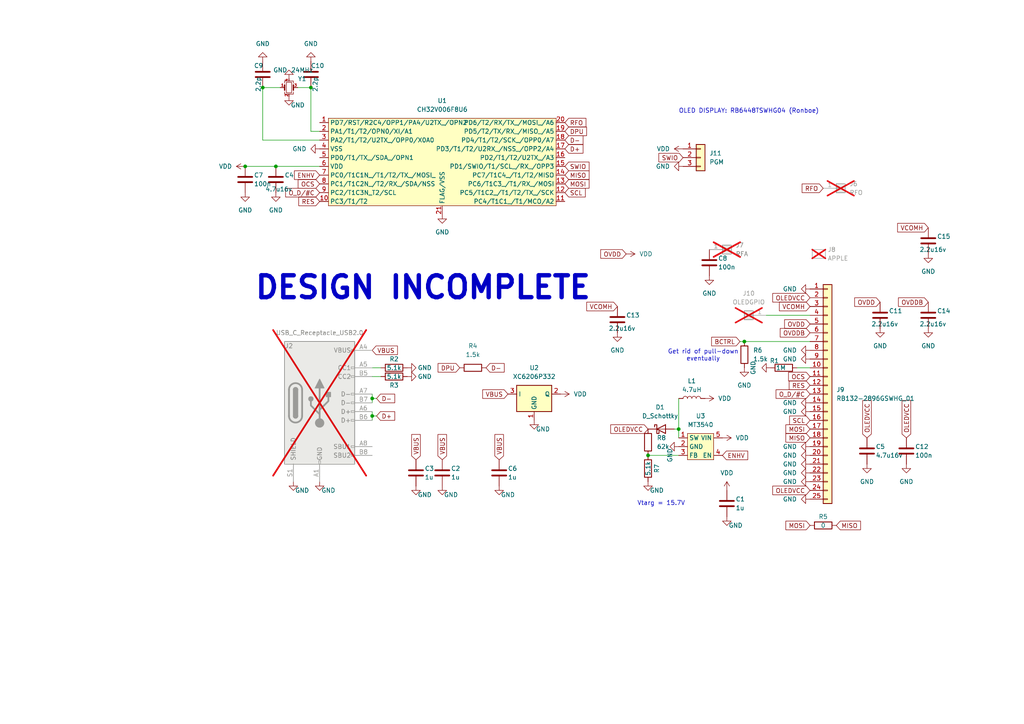
<source format=kicad_sch>
(kicad_sch (version 20231120) (generator "eeschema") (generator_version "8.0")
  (paper "A4")
  (lib_symbols
    (symbol "Connector:USB_C_Receptacle_USB2.0" (pin_names (offset 1.016))
      (property "Reference" "J" (at -10.16 19.05 0))
      (property "Value" "USB_C_Receptacle_USB2.0" (at 19.05 19.05 0))
      (symbol "USB_C_Receptacle_USB2.0_0_0"
        (rectangle (start -0.254 -17.78) (end 0.254 -16.764))
        (rectangle (start 10.16 -14.986) (end 9.144 -15.494))
        (rectangle (start 10.16 -12.446) (end 9.144 -12.954))
        (rectangle (start 10.16 -4.826) (end 9.144 -5.334))
        (rectangle (start 10.16 -2.286) (end 9.144 -2.794))
        (rectangle (start 10.16 0.254) (end 9.144 -0.254))
        (rectangle (start 10.16 2.794) (end 9.144 2.286))
        (rectangle (start 10.16 7.874) (end 9.144 7.366))
        (rectangle (start 10.16 10.414) (end 9.144 9.906))
        (rectangle (start 10.16 15.494) (end 9.144 14.986))
      )
      (symbol "USB_C_Receptacle_USB2.0_0_1"
        (rectangle (start -10.16 17.78) (end 10.16 -17.78) (stroke (width 0.254)) (fill (type background)))
        (arc (start -8.89 -3.81) (mid -6.985 -5.7067) (end -5.08 -3.81) (stroke (width 0.508)))
        (arc (start -7.62 -3.81) (mid -6.985 -4.4423) (end -6.35 -3.81) (stroke (width 0.254)))
        (arc (start -7.62 -3.81) (mid -6.985 -4.4423) (end -6.35 -3.81) (stroke (width 0.254)) (fill (type outline)))
        (rectangle (start -7.62 -3.81) (end -6.35 3.81) (stroke (width 0.254)) (fill (type outline)))
        (arc (start -6.35 3.81) (mid -6.985 4.4423) (end -7.62 3.81) (stroke (width 0.254)))
        (arc (start -6.35 3.81) (mid -6.985 4.4423) (end -7.62 3.81) (stroke (width 0.254)) (fill (type outline)))
        (arc (start -5.08 3.81) (mid -6.985 5.7067) (end -8.89 3.81) (stroke (width 0.508)))
        (circle (center -2.54 1.143) (radius 0.635) (stroke (width 0.254)) (fill (type outline)))
        (circle (center 0 -5.842) (radius 1.27) (fill (type outline)))
        (polyline (pts (xy -8.89 -3.81) (xy -8.89 3.81)) (stroke (width 0.508)))
        (polyline (pts (xy -5.08 3.81) (xy -5.08 -3.81)) (stroke (width 0.508)))
        (polyline (pts (xy 0 -5.842) (xy 0 4.318)) (stroke (width 0.508)))
        (polyline (pts (xy 0 -3.302) (xy -2.54 -0.762) (xy -2.54 0.508)) (stroke (width 0.508)))
        (polyline (pts (xy 0 -2.032) (xy 2.54 0.508) (xy 2.54 1.778)) (stroke (width 0.508)))
        (polyline (pts (xy -1.27 4.318) (xy 0 6.858) (xy 1.27 4.318) (xy -1.27 4.318)) (stroke (width 0.254)) (fill (type outline)))
        (rectangle (start 1.905 1.778) (end 3.175 3.048) (stroke (width 0.254)) (fill (type outline)))
      )
      (symbol "USB_C_Receptacle_USB2.0_1_1"
        (pin passive line (at 0 -22.86 90) (length 5.08) (name "GND") (number "A1"))
        (pin passive line (at 0 -22.86 90) (length 5.08) hide (name "GND") (number "A12"))
        (pin passive line (at 15.24 15.24 180) (length 5.08) (name "VBUS") (number "A4"))
        (pin bidirectional line (at 15.24 10.16 180) (length 5.08) (name "CC1") (number "A5"))
        (pin bidirectional line (at 15.24 -2.54 180) (length 5.08) (name "D+") (number "A6"))
        (pin bidirectional line (at 15.24 2.54 180) (length 5.08) (name "D-") (number "A7"))
        (pin bidirectional line (at 15.24 -12.7 180) (length 5.08) (name "SBU1") (number "A8"))
        (pin passive line (at 15.24 15.24 180) (length 5.08) hide (name "VBUS") (number "A9"))
        (pin passive line (at 0 -22.86 90) (length 5.08) hide (name "GND") (number "B1"))
        (pin passive line (at 0 -22.86 90) (length 5.08) hide (name "GND") (number "B12"))
        (pin passive line (at 15.24 15.24 180) (length 5.08) hide (name "VBUS") (number "B4"))
        (pin bidirectional line (at 15.24 7.62 180) (length 5.08) (name "CC2") (number "B5"))
        (pin bidirectional line (at 15.24 -5.08 180) (length 5.08) (name "D+") (number "B6"))
        (pin bidirectional line (at 15.24 0 180) (length 5.08) (name "D-") (number "B7"))
        (pin bidirectional line (at 15.24 -15.24 180) (length 5.08) (name "SBU2") (number "B8"))
        (pin passive line (at 15.24 15.24 180) (length 5.08) hide (name "VBUS") (number "B9"))
        (pin passive line (at -7.62 -22.86 90) (length 5.08) (name "SHIELD") (number "S1"))
      )
    )
    (symbol "Connector_Generic:Conn_01x01" (pin_names (offset 1.016) hide)
      (property "Reference" "J" (at 0 2.54 0))
      (property "Value" "Conn_01x01" (at 0 -2.54 0))
      (symbol "Conn_01x01_1_1"
        (rectangle (start -1.27 0.127) (end 0 -0.127) (stroke (width 0.1524)))
        (rectangle (start -1.27 1.27) (end 1.27 -1.27) (stroke (width 0.254)) (fill (type background)))
        (pin passive line (at -5.08 0 0) (length 3.81) (name "Pin_1") (number "1"))
      )
    )
    (symbol "Connector_Generic:Conn_01x03" (pin_names (offset 1.016) hide)
      (property "Reference" "J" (at 0 5.08 0))
      (property "Value" "Conn_01x03" (at 0 -5.08 0))
      (symbol "Conn_01x03_1_1"
        (rectangle (start -1.27 -2.413) (end 0 -2.667) (stroke (width 0.1524)))
        (rectangle (start -1.27 0.127) (end 0 -0.127) (stroke (width 0.1524)))
        (rectangle (start -1.27 2.667) (end 0 2.413) (stroke (width 0.1524)))
        (rectangle (start -1.27 3.81) (end 1.27 -3.81) (stroke (width 0.254)) (fill (type background)))
        (pin passive line (at -5.08 2.54 0) (length 3.81) (name "Pin_1") (number "1"))
        (pin passive line (at -5.08 0 0) (length 3.81) (name "Pin_2") (number "2"))
        (pin passive line (at -5.08 -2.54 0) (length 3.81) (name "Pin_3") (number "3"))
      )
    )
    (symbol "Connector_Generic:Conn_01x25" (pin_names (offset 1.016) hide)
      (property "Reference" "J" (at 0 33.02 0))
      (property "Value" "Conn_01x25" (at 0 -33.02 0))
      (symbol "Conn_01x25_1_1"
        (rectangle (start -1.27 -30.353) (end 0 -30.607) (stroke (width 0.1524)))
        (rectangle (start -1.27 -27.813) (end 0 -28.067) (stroke (width 0.1524)))
        (rectangle (start -1.27 -25.273) (end 0 -25.527) (stroke (width 0.1524)))
        (rectangle (start -1.27 -22.733) (end 0 -22.987) (stroke (width 0.1524)))
        (rectangle (start -1.27 -20.193) (end 0 -20.447) (stroke (width 0.1524)))
        (rectangle (start -1.27 -17.653) (end 0 -17.907) (stroke (width 0.1524)))
        (rectangle (start -1.27 -15.113) (end 0 -15.367) (stroke (width 0.1524)))
        (rectangle (start -1.27 -12.573) (end 0 -12.827) (stroke (width 0.1524)))
        (rectangle (start -1.27 -10.033) (end 0 -10.287) (stroke (width 0.1524)))
        (rectangle (start -1.27 -7.493) (end 0 -7.747) (stroke (width 0.1524)))
        (rectangle (start -1.27 -4.953) (end 0 -5.207) (stroke (width 0.1524)))
        (rectangle (start -1.27 -2.413) (end 0 -2.667) (stroke (width 0.1524)))
        (rectangle (start -1.27 0.127) (end 0 -0.127) (stroke (width 0.1524)))
        (rectangle (start -1.27 2.667) (end 0 2.413) (stroke (width 0.1524)))
        (rectangle (start -1.27 5.207) (end 0 4.953) (stroke (width 0.1524)))
        (rectangle (start -1.27 7.747) (end 0 7.493) (stroke (width 0.1524)))
        (rectangle (start -1.27 10.287) (end 0 10.033) (stroke (width 0.1524)))
        (rectangle (start -1.27 12.827) (end 0 12.573) (stroke (width 0.1524)))
        (rectangle (start -1.27 15.367) (end 0 15.113) (stroke (width 0.1524)))
        (rectangle (start -1.27 17.907) (end 0 17.653) (stroke (width 0.1524)))
        (rectangle (start -1.27 20.447) (end 0 20.193) (stroke (width 0.1524)))
        (rectangle (start -1.27 22.987) (end 0 22.733) (stroke (width 0.1524)))
        (rectangle (start -1.27 25.527) (end 0 25.273) (stroke (width 0.1524)))
        (rectangle (start -1.27 28.067) (end 0 27.813) (stroke (width 0.1524)))
        (rectangle (start -1.27 30.607) (end 0 30.353) (stroke (width 0.1524)))
        (rectangle (start -1.27 31.75) (end 1.27 -31.75) (stroke (width 0.254)) (fill (type background)))
        (pin passive line (at -5.08 30.48 0) (length 3.81) (name "Pin_1") (number "1"))
        (pin passive line (at -5.08 7.62 0) (length 3.81) (name "Pin_10") (number "10"))
        (pin passive line (at -5.08 5.08 0) (length 3.81) (name "Pin_11") (number "11"))
        (pin passive line (at -5.08 2.54 0) (length 3.81) (name "Pin_12") (number "12"))
        (pin passive line (at -5.08 0 0) (length 3.81) (name "Pin_13") (number "13"))
        (pin passive line (at -5.08 -2.54 0) (length 3.81) (name "Pin_14") (number "14"))
        (pin passive line (at -5.08 -5.08 0) (length 3.81) (name "Pin_15") (number "15"))
        (pin passive line (at -5.08 -7.62 0) (length 3.81) (name "Pin_16") (number "16"))
        (pin passive line (at -5.08 -10.16 0) (length 3.81) (name "Pin_17") (number "17"))
        (pin passive line (at -5.08 -12.7 0) (length 3.81) (name "Pin_18") (number "18"))
        (pin passive line (at -5.08 -15.24 0) (length 3.81) (name "Pin_19") (number "19"))
        (pin passive line (at -5.08 27.94 0) (length 3.81) (name "Pin_2") (number "2"))
        (pin passive line (at -5.08 -17.78 0) (length 3.81) (name "Pin_20") (number "20"))
        (pin passive line (at -5.08 -20.32 0) (length 3.81) (name "Pin_21") (number "21"))
        (pin passive line (at -5.08 -22.86 0) (length 3.81) (name "Pin_22") (number "22"))
        (pin passive line (at -5.08 -25.4 0) (length 3.81) (name "Pin_23") (number "23"))
        (pin passive line (at -5.08 -27.94 0) (length 3.81) (name "Pin_24") (number "24"))
        (pin passive line (at -5.08 -30.48 0) (length 3.81) (name "Pin_25") (number "25"))
        (pin passive line (at -5.08 25.4 0) (length 3.81) (name "Pin_3") (number "3"))
        (pin passive line (at -5.08 22.86 0) (length 3.81) (name "Pin_4") (number "4"))
        (pin passive line (at -5.08 20.32 0) (length 3.81) (name "Pin_5") (number "5"))
        (pin passive line (at -5.08 17.78 0) (length 3.81) (name "Pin_6") (number "6"))
        (pin passive line (at -5.08 15.24 0) (length 3.81) (name "Pin_7") (number "7"))
        (pin passive line (at -5.08 12.7 0) (length 3.81) (name "Pin_8") (number "8"))
        (pin passive line (at -5.08 10.16 0) (length 3.81) (name "Pin_9") (number "9"))
      )
    )
    (symbol "Device:C" (pin_numbers hide) (pin_names (offset 0.254))
      (property "Reference" "C" (at 0.635 2.54 0))
      (property "Value" "C" (at 0.635 -2.54 0))
      (symbol "C_0_1"
        (polyline (pts (xy -2.032 -0.762) (xy 2.032 -0.762)) (stroke (width 0.508)))
        (polyline (pts (xy -2.032 0.762) (xy 2.032 0.762)) (stroke (width 0.508)))
      )
      (symbol "C_1_1"
        (pin passive line (at 0 3.81 270) (length 2.794) (name "~") (number "1"))
        (pin passive line (at 0 -3.81 90) (length 2.794) (name "~") (number "2"))
      )
    )
    (symbol "Device:Crystal_GND24_Small" (pin_names (offset 1.016) hide)
      (property "Reference" "Y" (at 1.27 4.445 0))
      (property "Value" "Crystal_GND24_Small" (at 1.27 2.54 0))
      (symbol "Crystal_GND24_Small_0_1"
        (rectangle (start -0.762 -1.524) (end 0.762 1.524))
        (polyline (pts (xy -1.27 -0.762) (xy -1.27 0.762)) (stroke (width 0.381)))
        (polyline (pts (xy 1.27 -0.762) (xy 1.27 0.762)) (stroke (width 0.381)))
        (polyline (pts (xy -1.27 -1.27) (xy -1.27 -1.905) (xy 1.27 -1.905) (xy 1.27 -1.27)))
        (polyline (pts (xy -1.27 1.27) (xy -1.27 1.905) (xy 1.27 1.905) (xy 1.27 1.27)))
      )
      (symbol "Crystal_GND24_Small_1_1"
        (pin passive line (at -2.54 0 0) (length 1.27) (name "1") (number "1"))
        (pin passive line (at 0 -2.54 90) (length 0.635) (name "2") (number "2"))
        (pin passive line (at 2.54 0 180) (length 1.27) (name "3") (number "3"))
        (pin passive line (at 0 2.54 270) (length 0.635) (name "4") (number "4"))
      )
    )
    (symbol "Device:D_Schottky" (pin_numbers hide) (pin_names (offset 1.016) hide)
      (property "Reference" "D" (at 0 2.54 0))
      (property "Value" "D_Schottky" (at 0 -2.54 0))
      (symbol "D_Schottky_0_1"
        (polyline (pts (xy 1.27 0) (xy -1.27 0)))
        (polyline (pts (xy 1.27 1.27) (xy 1.27 -1.27) (xy -1.27 0) (xy 1.27 1.27)) (stroke (width 0.254)))
        (polyline (pts (xy -1.905 0.635) (xy -1.905 1.27) (xy -1.27 1.27) (xy -1.27 -1.27) (xy -0.635 -1.27) (xy -0.635 -0.635)) (stroke (width 0.254)))
      )
      (symbol "D_Schottky_1_1"
        (pin passive line (at -3.81 0 0) (length 2.54) (name "K") (number "1"))
        (pin passive line (at 3.81 0 180) (length 2.54) (name "A") (number "2"))
      )
    )
    (symbol "Device:L" (pin_numbers hide) (pin_names (offset 1.016) hide)
      (property "Reference" "L" (at -1.27 0 90))
      (property "Value" "L" (at 1.905 0 90))
      (symbol "L_0_1"
        (arc (start 0 -2.54) (mid 0.6323 -1.905) (end 0 -1.27))
        (arc (start 0 -1.27) (mid 0.6323 -0.635) (end 0 0))
        (arc (start 0 0) (mid 0.6323 0.635) (end 0 1.27))
        (arc (start 0 1.27) (mid 0.6323 1.905) (end 0 2.54))
      )
      (symbol "L_1_1"
        (pin passive line (at 0 3.81 270) (length 1.27) (name "1") (number "1"))
        (pin passive line (at 0 -3.81 90) (length 1.27) (name "2") (number "2"))
      )
    )
    (symbol "Device:R" (pin_numbers hide) (pin_names (offset 0))
      (property "Reference" "R" (at 2.032 0 90))
      (property "Value" "R" (at 0 0 90))
      (symbol "R_0_1"
        (rectangle (start -1.016 -2.54) (end 1.016 2.54) (stroke (width 0.254)))
      )
      (symbol "R_1_1"
        (pin passive line (at 0 3.81 270) (length 1.27) (name "~") (number "1"))
        (pin passive line (at 0 -3.81 90) (length 1.27) (name "~") (number "2"))
      )
    )
    (symbol "Regulator_Linear:IFX27001TFV26"
      (property "Reference" "U" (at 0 6.35 0))
      (property "Value" "IFX27001TFV26" (at 0 3.81 0))
      (symbol "IFX27001TFV26_1_1"
        (rectangle (start -5.08 2.54) (end 5.08 -5.08) (stroke (width 0.254)) (fill (type background)))
        (pin power_in line (at 0 -7.62 90) (length 2.54) (name "GND") (number "1"))
        (pin power_out line (at 7.62 0 180) (length 2.54) (name "Q") (number "2"))
        (pin power_in line (at -7.62 0 0) (length 2.54) (name "I") (number "3"))
      )
    )
    (symbol "artwork:artwork"
      (property "Reference" "A" (at 0 0 0))
      (property "Value" "artwork" (at 0 2.54 0))
      (symbol "artwork_0_1"
        (rectangle (start -1.905 1.27) (end 1.905 -1.27))
      )
    )
    (symbol "cnhardware:CH32V006F8U6"
      (property "Reference" "U" (at 0 -1.27 0))
      (property "Value" "CH32V006F8U6" (at 2.54 0 0))
      (symbol "CH32V006F8U6_1_1"
        (rectangle (start -33.02 12.7) (end 33.02 -12.7) (fill (type background)))
        (pin bidirectional line (at -35.56 11.43 0) (length 2.54) (name "PD7/RST/R2C4/OPP1/PA4/U2TX_/OPN2") (number "1"))
        (pin bidirectional line (at -35.56 -11.43 0) (length 2.54) (name "PC3/T1/T2") (number "10"))
        (pin bidirectional line (at 35.56 -11.43 180) (length 2.54) (name "PC4/T1C1_/T1/MCO/A2") (number "11"))
        (pin bidirectional line (at 35.56 -8.89 180) (length 2.54) (name "PC5/T1C2_/T1/T2/TX_/SCK") (number "12"))
        (pin bidirectional line (at 35.56 -6.35 180) (length 2.54) (name "PC6/T1C3_/T1/RX_/MOSI") (number "13"))
        (pin bidirectional line (at 35.56 -3.81 180) (length 2.54) (name "PC7/T1C4_/T1/T2/MISO") (number "14"))
        (pin bidirectional line (at 35.56 -1.27 180) (length 2.54) (name "PD1/SWIO/T1/SCL_/RX_/OPP3") (number "15"))
        (pin bidirectional line (at 35.56 1.27 180) (length 2.54) (name "PD2/T1/T2/U2TX_/A3") (number "16"))
        (pin bidirectional line (at 35.56 3.81 180) (length 2.54) (name "PD3/T1/T2/U2RX_/NSS_/OPP2/A4") (number "17"))
        (pin bidirectional line (at 35.56 6.35 180) (length 2.54) (name "PD4/T1/T2/SCK_/OPP0/A7") (number "18"))
        (pin bidirectional line (at 35.56 8.89 180) (length 2.54) (name "PD5/T2/TX/RX_/MISO_/A5") (number "19"))
        (pin bidirectional line (at -35.56 8.89 0) (length 2.54) (name "PA1/T1/T2/OPN0/XI/A1") (number "2"))
        (pin bidirectional line (at 35.56 11.43 180) (length 2.54) (name "PD6/T2/RX/TX_/MOSI_/A6") (number "20"))
        (pin bidirectional line (at 0 -15.24 90) (length 2.54) (name "FLAG/VSS") (number "21"))
        (pin bidirectional line (at -35.56 6.35 0) (length 2.54) (name "PA2/T1/T2/U2TX_/OPP0/X0A0") (number "3"))
        (pin bidirectional line (at -35.56 3.81 0) (length 2.54) (name "VSS") (number "4"))
        (pin bidirectional line (at -35.56 1.27 0) (length 2.54) (name "PD0/T1/TX_/SDA_/OPN1") (number "5"))
        (pin bidirectional line (at -35.56 -1.27 0) (length 2.54) (name "VDD") (number "6"))
        (pin bidirectional line (at -35.56 -3.81 0) (length 2.54) (name "PC0/T1C1N_/T1/T2/TX_/MOSI_") (number "7"))
        (pin bidirectional line (at -35.56 -6.35 0) (length 2.54) (name "PC1/T1C2N_/T2/RX_/SDA/NSS") (number "8"))
        (pin bidirectional line (at -35.56 -8.89 0) (length 2.54) (name "PC2/T1C3N_T2/SCL") (number "9"))
      )
    )
    (symbol "cnhardware:MT3540"
      (property "Reference" "U" (at 0 -4.318 0))
      (property "Value" "MT3540" (at 0 4.826 0))
      (symbol "MT3540_1_1"
        (rectangle (start -3.81 3.81) (end 3.81 -3.81) (fill (type background)))
        (pin input line (at -6.35 2.54 0) (length 2.54) (name "SW") (number "1"))
        (pin input line (at -6.35 0 0) (length 2.54) (name "GND") (number "2"))
        (pin input line (at -6.35 -2.54 0) (length 2.54) (name "FB") (number "3"))
        (pin input line (at 6.35 -2.54 180) (length 2.54) (name "EN") (number "4"))
        (pin input line (at 6.35 2.54 180) (length 2.54) (name "VIN") (number "5"))
      )
    )
    (symbol "power:GND" (power) (pin_names (offset 0))
      (property "Value" "GND" (at 0 -3.81 0))
      (symbol "GND_0_1"
        (polyline (pts (xy 0 0) (xy 0 -1.27) (xy 1.27 -1.27) (xy 0 -2.54) (xy -1.27 -1.27) (xy 0 -1.27)))
      )
      (symbol "GND_1_1"
        (pin power_in line (at 0 0 270) (length 0) hide (name "GND") (number "1"))
      )
    )
    (symbol "power:VDD" (power) (pin_names (offset 0))
      (property "Value" "VDD" (at 0 3.81 0))
      (symbol "VDD_0_1"
        (polyline (pts (xy -0.762 1.27) (xy 0 2.54)))
        (polyline (pts (xy 0 0) (xy 0 2.54)))
        (polyline (pts (xy 0 2.54) (xy 0.762 1.27)))
      )
      (symbol "VDD_1_1"
        (pin power_in line (at 0 0 90) (length 0) hide (name "VDD") (number "1"))
      )
    )
  )
  (junction (at 80.01 48.26))
  (junction (at 187.96 132.08))
  (junction (at 71.12 48.26))
  (junction (at 76.2 25.4))
  (junction (at 90.17 25.4))
  (junction (at 107.95 120.65))
  (junction (at 107.95 115.57))
  (junction (at 196.85 124.46))
  (junction (at 215.9 99.06))
  (wire (pts (xy 80.01 48.26) (xy 92.71 48.26)))
  (wire (pts (xy 187.96 132.08) (xy 196.85 132.08)))
  (wire (pts (xy 76.2 40.64) (xy 76.2 25.4)))
  (wire (pts (xy 196.85 127) (xy 196.85 124.46)))
  (wire (pts (xy 76.2 25.4) (xy 81.28 25.4)))
  (wire (pts (xy 234.95 106.68) (xy 231.14 106.68)))
  (wire (pts (xy 92.71 40.64) (xy 76.2 40.64)))
  (wire (pts (xy 222.25 91.44) (xy 234.95 91.44)))
  (wire (pts (xy 107.95 109.22) (xy 110.49 109.22)))
  (wire (pts (xy 196.85 115.57) (xy 196.85 124.46)))
  (wire (pts (xy 107.95 106.68) (xy 110.49 106.68)))
  (wire (pts (xy 107.95 120.65) (xy 109.22 120.65)))
  (wire (pts (xy 107.95 119.38) (xy 107.95 120.65)))
  (wire (pts (xy 86.36 25.4) (xy 90.17 25.4)))
  (wire (pts (xy 90.17 25.4) (xy 90.17 38.1)))
  (wire (pts (xy 196.85 124.46) (xy 195.58 124.46)))
  (wire (pts (xy 107.95 120.65) (xy 107.95 121.92)))
  (wire (pts (xy 215.9 99.06) (xy 234.95 99.06)))
  (wire (pts (xy 107.95 115.57) (xy 107.95 116.84)))
  (wire (pts (xy 214.63 99.06) (xy 215.9 99.06)))
  (wire (pts (xy 71.12 48.26) (xy 80.01 48.26)))
  (wire (pts (xy 107.95 115.57) (xy 109.22 115.57)))
  (wire (pts (xy 107.95 114.3) (xy 107.95 115.57)))
  (wire (pts (xy 90.17 38.1) (xy 92.71 38.1)))
  (text "DESIGN INCOMPLETE" (at 122.682 83.566 0) (effects (font (size 6.35 6.35) (thickness 1.27) (bold yes))))
  (text "Vtarg = 15.7V" (at 191.77 146.05 0) (effects (font (size 1.27 1.27))))
  (text "OLED DISPLAY: RB6448TSWHG04 (Ronboe)" (at 196.85 33.02 0) (effects (font (size 1.27 1.27)) (justify left bottom)))
  (text "Get rid of pull-down\neventually" (at 203.962 103.124 0) (effects (font (size 1.27 1.27))))
  (global_label "OCS" (shape input) (at 92.71 53.34 180) (property "Intersheetrefs" "${INTERSHEET_REFS}" (effects (hide yes))))
  (global_label "OLEDVCC" (shape input) (at 187.96 124.46 180) (property "Intersheetrefs" "${INTERSHEET_REFS}" (effects (hide yes))))
  (global_label "RFO" (shape input) (at 238.76 54.61 180) (property "Intersheetrefs" "${INTERSHEET_REFS}" (effects (hide yes))))
  (global_label "O_D{slash}#C" (shape input) (at 234.95 114.3 180) (property "Intersheetrefs" "${INTERSHEET_REFS}" (effects (hide yes))))
  (global_label "VBUS" (shape input) (at 120.65 133.35 90) (property "Intersheetrefs" "${INTERSHEET_REFS}" (effects (hide yes))))
  (global_label "SWIO" (shape input) (at 198.12 45.72 180) (property "Intersheetrefs" "${INTERSHEET_REFS}" (effects (hide yes))))
  (global_label "D-" (shape input) (at 140.97 106.68 0) (property "Intersheetrefs" "${INTERSHEET_REFS}" (effects (hide yes))))
  (global_label "VBUS" (shape input) (at 107.95 101.6 0) (property "Intersheetrefs" "${INTERSHEET_REFS}" (effects (hide yes))))
  (global_label "ENHV" (shape input) (at 209.55 132.08 0) (property "Intersheetrefs" "${INTERSHEET_REFS}" (effects (hide yes))))
  (global_label "BCTRL" (shape input) (at 214.63 99.06 180) (property "Intersheetrefs" "${INTERSHEET_REFS}" (effects (hide yes))))
  (global_label "VCOMH" (shape input) (at 234.95 88.9 180) (property "Intersheetrefs" "${INTERSHEET_REFS}" (effects (hide yes))))
  (global_label "VCOMH" (shape input) (at 179.07 88.9 180) (property "Intersheetrefs" "${INTERSHEET_REFS}" (effects (hide yes))))
  (global_label "VCOMH" (shape input) (at 269.24 66.04 180) (property "Intersheetrefs" "${INTERSHEET_REFS}" (effects (hide yes))))
  (global_label "RFO" (shape input) (at 163.83 35.56 0) (property "Intersheetrefs" "${INTERSHEET_REFS}" (effects (hide yes))))
  (global_label "D+" (shape input) (at 163.83 43.18 0) (property "Intersheetrefs" "${INTERSHEET_REFS}" (effects (hide yes))))
  (global_label "MISO" (shape input) (at 234.95 127 180) (property "Intersheetrefs" "${INTERSHEET_REFS}" (effects (hide yes))))
  (global_label "D+" (shape input) (at 109.22 120.65 0) (property "Intersheetrefs" "${INTERSHEET_REFS}" (effects (hide yes))))
  (global_label "OLEDVCC" (shape input) (at 251.46 127 90) (property "Intersheetrefs" "${INTERSHEET_REFS}" (effects (hide yes))))
  (global_label "OCS" (shape input) (at 234.95 109.22 180) (property "Intersheetrefs" "${INTERSHEET_REFS}" (effects (hide yes))))
  (global_label "OVDD" (shape input) (at 234.95 93.98 180) (property "Intersheetrefs" "${INTERSHEET_REFS}" (effects (hide yes))))
  (global_label "D-" (shape input) (at 109.22 115.57 0) (property "Intersheetrefs" "${INTERSHEET_REFS}" (effects (hide yes))))
  (global_label "O_D{slash}#C" (shape input) (at 92.71 55.88 180) (property "Intersheetrefs" "${INTERSHEET_REFS}" (effects (hide yes))))
  (global_label "MISO" (shape input) (at 242.57 152.4 0) (property "Intersheetrefs" "${INTERSHEET_REFS}" (effects (hide yes))))
  (global_label "ENHV" (shape input) (at 92.71 50.8 180) (property "Intersheetrefs" "${INTERSHEET_REFS}" (effects (hide yes))))
  (global_label "MOSI" (shape input) (at 234.95 152.4 180) (property "Intersheetrefs" "${INTERSHEET_REFS}" (effects (hide yes))))
  (global_label "SCL" (shape input) (at 163.83 55.88 0) (property "Intersheetrefs" "${INTERSHEET_REFS}" (effects (hide yes))))
  (global_label "OLEDVCC" (shape input) (at 234.95 86.36 180) (property "Intersheetrefs" "${INTERSHEET_REFS}" (effects (hide yes))))
  (global_label "VBUS" (shape input) (at 144.78 133.35 90) (property "Intersheetrefs" "${INTERSHEET_REFS}" (effects (hide yes))))
  (global_label "DPU" (shape input) (at 163.83 38.1 0) (property "Intersheetrefs" "${INTERSHEET_REFS}" (effects (hide yes))))
  (global_label "D-" (shape input) (at 163.83 40.64 0) (property "Intersheetrefs" "${INTERSHEET_REFS}" (effects (hide yes))))
  (global_label "SCL" (shape input) (at 234.95 121.92 180) (property "Intersheetrefs" "${INTERSHEET_REFS}" (effects (hide yes))))
  (global_label "OVDDB" (shape input) (at 269.24 87.63 180) (property "Intersheetrefs" "${INTERSHEET_REFS}" (effects (hide yes))))
  (global_label "OVDD" (shape input) (at 181.61 73.66 180) (property "Intersheetrefs" "${INTERSHEET_REFS}" (effects (hide yes))))
  (global_label "RES" (shape input) (at 234.95 111.76 180) (property "Intersheetrefs" "${INTERSHEET_REFS}" (effects (hide yes))))
  (global_label "VBUS" (shape input) (at 147.32 114.3 180) (property "Intersheetrefs" "${INTERSHEET_REFS}" (effects (hide yes))))
  (global_label "OLEDVCC" (shape input) (at 234.95 142.24 180) (property "Intersheetrefs" "${INTERSHEET_REFS}" (effects (hide yes))))
  (global_label "MOSI" (shape input) (at 163.83 53.34 0) (property "Intersheetrefs" "${INTERSHEET_REFS}" (effects (hide yes))))
  (global_label "VBUS" (shape input) (at 128.27 133.35 90) (property "Intersheetrefs" "${INTERSHEET_REFS}" (effects (hide yes))))
  (global_label "OLEDVCC" (shape input) (at 262.89 127 90) (property "Intersheetrefs" "${INTERSHEET_REFS}" (effects (hide yes))))
  (global_label "DPU" (shape input) (at 133.35 106.68 180) (property "Intersheetrefs" "${INTERSHEET_REFS}" (effects (hide yes))))
  (global_label "OVDD" (shape input) (at 255.27 87.63 180) (property "Intersheetrefs" "${INTERSHEET_REFS}" (effects (hide yes))))
  (global_label "MISO" (shape input) (at 163.83 50.8 0) (property "Intersheetrefs" "${INTERSHEET_REFS}" (effects (hide yes))))
  (global_label "RES" (shape input) (at 92.71 58.42 180) (property "Intersheetrefs" "${INTERSHEET_REFS}" (effects (hide yes))))
  (global_label "SWIO" (shape input) (at 163.83 48.26 0) (property "Intersheetrefs" "${INTERSHEET_REFS}" (effects (hide yes))))
  (global_label "MOSI" (shape input) (at 234.95 124.46 180) (property "Intersheetrefs" "${INTERSHEET_REFS}" (effects (hide yes))))
  (global_label "OVDDB" (shape input) (at 234.95 96.52 180) (property "Intersheetrefs" "${INTERSHEET_REFS}" (effects (hide yes))))
  (symbol (lib_id "power:GND") (at 120.65 140.97 0) (unit 1)
    (property "Reference" "#PWR023" (effects (hide yes)))
    (property "Value" "GND" (at 123.19 143.51 0))
  )
  (symbol (lib_id "power:GND") (at 83.82 27.94 0) (unit 1)
    (property "Reference" "#PWR022" (effects (hide yes)))
    (property "Value" "GND" (at 86.36 30.48 0))
  )
  (symbol (lib_id "Device:C") (at 205.74 76.2 0) (unit 1)
    (property "Reference" "C8" (at 208.28 74.93 0) (effects (justify left)))
    (property "Value" "100n" (at 208.28 77.47 0) (effects (justify left)))
    (property "Footprint" "Capacitor_SMD:C_0402_1005Metric" (effects (hide yes)))
    (property "LCSC" "C1525" (effects (hide yes)))
  )
  (symbol (lib_id "Connector_Generic:Conn_01x01") (at 210.82 72.39 0) (unit 1) (in_bom no) (dnp yes)
    (property "Reference" "J7" (at 213.36 71.12 0) (effects (justify left)))
    (property "Value" "RFA" (at 213.36 73.66 0) (effects (justify left)))
    (property "Footprint" "TestPoint:TestPoint_Pad_D1.0mm" (effects (hide yes)))
  )
  (symbol (lib_id "power:GND") (at 234.95 101.6 270) (unit 1)
    (property "Reference" "#PWR06" (effects (hide yes)))
    (property "Value" "GND" (at 231.14 101.5999 90) (effects (justify right)))
  )
  (symbol (lib_id "cnhardware:MT3540") (at 203.2 129.54 0) (unit 1)
    (property "Reference" "U3" (at 203.2 120.65 0))
    (property "Value" "MT3540" (at 203.2 123.19 0))
    (property "Footprint" "Package_TO_SOT_SMD:SOT-23-5" (effects (hide yes)))
    (property "LCSC" "C181744" (effects (hide yes)))
  )
  (symbol (lib_id "Device:L") (at 200.66 115.57 90) (unit 1)
    (property "Reference" "L1" (at 200.66 110.49 90))
    (property "Value" "4.7uH" (at 200.66 113.03 90))
    (property "Footprint" "Inductor_SMD:L_0603_1608Metric" (effects (hide yes)))
    (property "Description" "Inductor" (effects (hide yes)))
    (property "LCSC" "C114862" (effects (hide yes)))
  )
  (symbol (lib_id "power:VDD") (at 162.56 114.3 270) (unit 1)
    (property "Reference" "#PWR014" (effects (hide yes)))
    (property "Value" "VDD" (at 166.37 114.2999 90) (effects (justify left)))
  )
  (symbol (lib_id "power:GND") (at 80.01 55.88 0) (unit 1)
    (property "Reference" "#PWR03" (effects (hide yes)))
    (property "Value" "GND" (at 80.01 60.96 0))
  )
  (symbol (lib_id "Connector_Generic:Conn_01x25") (at 240.03 114.3 0) (unit 1)
    (property "Reference" "J9" (at 242.57 113.0299 0) (effects (justify left)))
    (property "Value" "RB132-2896GSWHG_01" (at 242.57 115.5699 0) (effects (justify left)))
    (property "Footprint" "RB132-2896GSWHG_01:RB132-2896GSWHG_01" (effects (hide yes)))
    (property "Description" "Generic connector, single row, 01x25, script generated (kicad-library-utils/schlib/autogen/connector/)" (effects (hide yes)))
  )
  (symbol (lib_id "Device:C") (at 120.65 137.16 0) (unit 1)
    (property "Reference" "C3" (at 123.19 135.89 0) (effects (justify left)))
    (property "Value" "1u" (at 123.19 138.43 0) (effects (justify left)))
    (property "Footprint" "Capacitor_SMD:C_0805_2012Metric" (effects (hide yes)))
    (property "LCSC" "C28323" (effects (hide yes)))
  )
  (symbol (lib_id "Connector_Generic:Conn_01x01") (at 243.84 54.61 0) (unit 1) (in_bom no) (dnp yes)
    (property "Reference" "J6" (at 246.38 53.34 0) (effects (justify left)))
    (property "Value" "RFO" (at 246.38 55.88 0) (effects (justify left)))
    (property "Footprint" "TestPoint:TestPoint_Pad_D1.0mm" (effects (hide yes)))
  )
  (symbol (lib_id "Connector_Generic:Conn_01x03") (at 203.2 45.72 0) (unit 1)
    (property "Reference" "J11" (at 205.74 44.4499 0) (effects (justify left)))
    (property "Value" "PGM" (at 205.74 46.9899 0) (effects (justify left)))
    (property "Footprint" "Connector_PinHeader_2.54mm:PinHeader_1x03_P2.54mm_Vertical" (effects (hide yes)))
    (property "Description" "Generic connector, single row, 01x03, script generated (kicad-library-utils/schlib/autogen/connector/)" (effects (hide yes)))
  )
  (symbol (lib_id "power:VDD") (at 210.82 142.24 0) (unit 1)
    (property "Reference" "#PWR047" (effects (hide yes)))
    (property "Value" "VDD" (at 210.82 137.16 0))
  )
  (symbol (lib_id "Device:Crystal_GND24_Small") (at 83.82 25.4 0) (unit 1)
    (property "Reference" "Y1" (at 87.63 22.86 0))
    (property "Value" "24MHz" (at 87.63 20.32 0))
    (property "Footprint" "Crystal:Crystal_SMD_2016-4Pin_2.0x1.6mm" (effects (hide yes)))
    (property "LCSC" "C20623621" (effects (hide yes)))
  )
  (symbol (lib_id "Device:R") (at 215.9 102.87 180) (unit 1)
    (property "Reference" "R6" (at 218.44 101.5999 0) (effects (justify right)))
    (property "Value" "1.5k" (at 218.44 104.1399 0) (effects (justify right)))
    (property "Footprint" "Resistor_SMD:R_0402_1005Metric" (effects (hide yes)))
    (property "LCSC" "C25867" (effects (hide yes)))
  )
  (symbol (lib_id "power:GND") (at 154.94 121.92 0) (unit 1)
    (property "Reference" "#PWR013" (effects (hide yes)))
    (property "Value" "GND" (at 157.48 124.46 0))
  )
  (symbol (lib_id "power:GND") (at 234.95 83.82 270) (unit 1)
    (property "Reference" "#PWR028" (effects (hide yes)))
    (property "Value" "GND" (at 231.14 83.8199 90) (effects (justify right)))
  )
  (symbol (lib_id "Device:R") (at 238.76 152.4 90) (unit 1)
    (property "Reference" "R5" (at 238.76 149.86 90))
    (property "Value" "0" (at 238.76 152.4 90))
    (property "Footprint" "Resistor_SMD:R_0402_1005Metric" (effects (hide yes)))
    (property "LCSC" "C17168" (effects (hide yes)))
  )
  (symbol (lib_id "Device:R") (at 187.96 135.89 180) (unit 1)
    (property "Reference" "R7" (at 190.5 135.89 90))
    (property "Value" "5.1k" (at 187.96 135.89 90))
    (property "Footprint" "Resistor_SMD:R_0402_1005Metric" (effects (hide yes)))
    (property "LCSC" "C105872" (effects (hide yes)))
  )
  (symbol (lib_id "power:GND") (at 234.95 129.54 270) (unit 1)
    (property "Reference" "#PWR036" (effects (hide yes)))
    (property "Value" "GND" (at 231.14 129.5399 90) (effects (justify right)))
  )
  (symbol (lib_id "power:GND") (at 187.96 139.7 0) (unit 1)
    (property "Reference" "#PWR044" (effects (hide yes)))
    (property "Value" "GND" (at 190.5 142.24 0))
  )
  (symbol (lib_id "power:GND") (at 215.9 106.68 0) (unit 1)
    (property "Reference" "#PWR041" (effects (hide yes)))
    (property "Value" "GND" (at 215.9 111.76 0))
  )
  (symbol (lib_id "Device:C") (at 255.27 91.44 0) (unit 1)
    (property "Reference" "C11" (at 257.81 90.17 0) (effects (justify left)))
    (property "Value" "2.2u16v" (at 252.73 93.98 0) (effects (justify left)))
    (property "Footprint" "Capacitor_SMD:C_0402_1005Metric" (effects (hide yes)))
    (property "LCSC" "C72203" (effects (hide yes)))
  )
  (symbol (lib_id "power:GND") (at 269.24 95.25 0) (unit 1)
    (property "Reference" "#PWR039" (effects (hide yes)))
    (property "Value" "GND" (at 269.24 100.33 0))
  )
  (symbol (lib_id "Device:C") (at 269.24 91.44 0) (unit 1)
    (property "Reference" "C14" (at 271.78 90.17 0) (effects (justify left)))
    (property "Value" "2.2u16v" (at 266.7 93.98 0) (effects (justify left)))
    (property "Footprint" "Capacitor_SMD:C_0402_1005Metric" (effects (hide yes)))
    (property "LCSC" "C72203" (effects (hide yes)))
  )
  (symbol (lib_id "power:GND") (at 251.46 134.62 0) (unit 1)
    (property "Reference" "#PWR016" (effects (hide yes)))
    (property "Value" "GND" (at 251.46 139.7 0))
  )
  (symbol (lib_id "power:VDD") (at 71.12 48.26 90) (unit 1)
    (property "Reference" "#PWR015" (effects (hide yes)))
    (property "Value" "VDD" (at 67.31 48.26 90) (effects (justify left)))
  )
  (symbol (lib_id "power:GND") (at 144.78 140.97 0) (unit 1)
    (property "Reference" "#PWR019" (effects (hide yes)))
    (property "Value" "GND" (at 147.32 143.51 0))
  )
  (symbol (lib_id "power:GND") (at 118.11 109.22 90) (unit 1)
    (property "Reference" "#PWR012" (effects (hide yes)))
    (property "Value" "GND" (at 123.19 109.22 90))
  )
  (symbol (lib_id "power:GND") (at 234.95 144.78 270) (unit 1)
    (property "Reference" "#PWR029" (effects (hide yes)))
    (property "Value" "GND" (at 231.14 144.7799 90) (effects (justify right)))
  )
  (symbol (lib_id "power:GND") (at 196.85 129.54 270) (unit 1)
    (property "Reference" "#PWR043" (effects (hide yes)))
    (property "Value" "GND" (at 194.31 132.08 0))
  )
  (symbol (lib_id "Device:C") (at 128.27 137.16 0) (unit 1)
    (property "Reference" "C2" (at 130.81 135.89 0) (effects (justify left)))
    (property "Value" "1u" (at 130.81 138.43 0) (effects (justify left)))
    (property "Footprint" "Capacitor_SMD:C_0805_2012Metric" (effects (hide yes)))
    (property "LCSC" "C28323" (effects (hide yes)))
  )
  (symbol (lib_id "Connector_Generic:Conn_01x01") (at 217.17 91.44 180) (unit 1) (in_bom no) (dnp yes)
    (property "Reference" "J10" (at 217.17 85.09 0))
    (property "Value" "OLEDGPIO" (at 217.17 87.63 0))
    (property "Footprint" "TestPoint:TestPoint_Pad_D1.0mm" (effects (hide yes)))
  )
  (symbol (lib_id "power:GND") (at 234.95 134.62 270) (unit 1)
    (property "Reference" "#PWR034" (effects (hide yes)))
    (property "Value" "GND" (at 231.14 134.6199 90) (effects (justify right)))
  )
  (symbol (lib_id "power:VDD") (at 209.55 127 270) (unit 1)
    (property "Reference" "#PWR045" (effects (hide yes)))
    (property "Value" "VDD" (at 213.36 126.9999 90) (effects (justify left)))
  )
  (symbol (lib_id "power:GND") (at 205.74 80.01 0) (unit 1)
    (property "Reference" "#PWR025" (effects (hide yes)))
    (property "Value" "GND" (at 205.74 85.09 0))
  )
  (symbol (lib_id "Device:R") (at 114.3 106.68 90) (unit 1)
    (property "Reference" "R2" (at 114.3 104.14 90))
    (property "Value" "5.1k" (at 114.3 106.68 90))
    (property "Footprint" "Resistor_SMD:R_0402_1005Metric" (effects (hide yes)))
    (property "LCSC" "C105872" (effects (hide yes)))
  )
  (symbol (lib_id "power:GND") (at 234.95 137.16 270) (unit 1)
    (property "Reference" "#PWR035" (effects (hide yes)))
    (property "Value" "GND" (at 231.14 137.1599 90) (effects (justify right)))
  )
  (symbol (lib_id "Device:C") (at 262.89 130.81 0) (unit 1)
    (property "Reference" "C12" (at 265.43 129.54 0) (effects (justify left)))
    (property "Value" "100n" (at 265.43 132.08 0) (effects (justify left)))
    (property "Footprint" "Capacitor_SMD:C_0402_1005Metric" (effects (hide yes)))
    (property "LCSC" "C1525" (effects (hide yes)))
  )
  (symbol (lib_id "power:GND") (at 262.89 134.62 0) (unit 1)
    (property "Reference" "#PWR032" (effects (hide yes)))
    (property "Value" "GND" (at 262.89 139.7 0))
  )
  (symbol (lib_id "power:GND") (at 92.71 139.7 0) (unit 1)
    (property "Reference" "#PWR010" (effects (hide yes)))
    (property "Value" "GND" (at 95.25 142.24 0))
  )
  (symbol (lib_id "Regulator_Linear:IFX27001TFV26") (at 154.94 114.3 0) (unit 1)
    (property "Reference" "U2" (at 154.94 106.68 0))
    (property "Value" "XC6206P332" (at 154.94 109.22 0))
    (property "Footprint" "Package_TO_SOT_SMD:SOT-23" (effects (hide yes)))
    (property "LCSC" "C5446" (effects (hide yes)))
  )
  (symbol (lib_id "artwork:artwork") (at 237.49 73.66 0) (unit 1) (in_bom no) (dnp yes)
    (property "Reference" "J8" (at 240.03 72.3899 0) (effects (justify left)))
    (property "Value" "APPLE" (at 240.03 74.9299 0) (effects (justify left)))
    (property "Footprint" "artwork:apple" (effects (hide yes)))
  )
  (symbol (lib_id "power:GND") (at 90.17 17.78 180) (unit 1)
    (property "Reference" "#PWR027" (effects (hide yes)))
    (property "Value" "GND" (at 90.17 12.7 0))
  )
  (symbol (lib_id "Device:C") (at 251.46 130.81 0) (unit 1)
    (property "Reference" "C5" (at 254 129.54 0) (effects (justify left)))
    (property "Value" "4.7u16v" (at 254 132.08 0) (effects (justify left)))
    (property "Footprint" "Capacitor_SMD:C_0603_1608Metric" (effects (hide yes)))
    (property "LCSC" "C77045" (effects (hide yes)))
  )
  (symbol (lib_id "power:GND") (at 71.12 55.88 0) (unit 1)
    (property "Reference" "#PWR020" (effects (hide yes)))
    (property "Value" "GND" (at 71.12 60.96 0))
  )
  (symbol (lib_id "power:GND") (at 118.11 106.68 90) (unit 1)
    (property "Reference" "#PWR011" (effects (hide yes)))
    (property "Value" "GND" (at 123.19 106.68 90))
  )
  (symbol (lib_id "power:GND") (at 234.95 132.08 270) (unit 1)
    (property "Reference" "#PWR037" (effects (hide yes)))
    (property "Value" "GND" (at 231.14 132.0799 90) (effects (justify right)))
  )
  (symbol (lib_id "power:GND") (at 223.52 106.68 270) (unit 1)
    (property "Reference" "#PWR05" (effects (hide yes)))
    (property "Value" "GND" (at 218.44 106.68 0))
  )
  (symbol (lib_id "power:GND") (at 234.95 116.84 270) (unit 1)
    (property "Reference" "#PWR033" (effects (hide yes)))
    (property "Value" "GND" (at 231.14 116.8399 90) (effects (justify right)))
  )
  (symbol (lib_id "power:GND") (at 128.27 140.97 0) (unit 1)
    (property "Reference" "#PWR018" (effects (hide yes)))
    (property "Value" "GND" (at 130.81 143.51 0))
  )
  (symbol (lib_id "power:GND") (at 255.27 95.25 0) (unit 1)
    (property "Reference" "#PWR031" (effects (hide yes)))
    (property "Value" "GND" (at 255.27 100.33 0))
  )
  (symbol (lib_id "Device:C") (at 71.12 52.07 0) (unit 1)
    (property "Reference" "C7" (at 73.66 50.8 0) (effects (justify left)))
    (property "Value" "100n" (at 73.66 53.34 0) (effects (justify left)))
    (property "Footprint" "Capacitor_SMD:C_0402_1005Metric" (effects (hide yes)))
    (property "LCSC" "C1525" (effects (hide yes)))
  )
  (symbol (lib_id "Device:R") (at 137.16 106.68 90) (unit 1)
    (property "Reference" "R4" (at 137.16 100.33 90))
    (property "Value" "1.5k" (at 137.16 102.87 90))
    (property "Footprint" "Resistor_SMD:R_0402_1005Metric" (effects (hide yes)))
    (property "LCSC" "C25867" (effects (hide yes)))
  )
  (symbol (lib_id "Device:R") (at 227.33 106.68 270) (unit 1)
    (property "Reference" "R1" (at 223.266 104.648 90) (effects (justify left)))
    (property "Value" "1M" (at 225.044 106.68 90) (effects (justify left)))
    (property "Footprint" "Resistor_SMD:R_0402_1005Metric" (effects (hide yes)))
    (property "LCSC" "C26083" (effects (hide yes)))
  )
  (symbol (lib_id "power:VDD") (at 198.12 43.18 90) (unit 1)
    (property "Reference" "#PWR01" (effects (hide yes)))
    (property "Value" "VDD" (at 194.31 43.18 90) (effects (justify left)))
  )
  (symbol (lib_id "power:GND") (at 85.09 139.7 0) (unit 1)
    (property "Reference" "#PWR09" (effects (hide yes)))
    (property "Value" "GND" (at 87.63 142.24 0))
  )
  (symbol (lib_id "power:GND") (at 234.95 119.38 270) (unit 1)
    (property "Reference" "#PWR08" (effects (hide yes)))
    (property "Value" "GND" (at 231.14 119.3799 90) (effects (justify right)))
  )
  (symbol (lib_id "power:VDD") (at 204.47 115.57 270) (unit 1)
    (property "Reference" "#PWR046" (effects (hide yes)))
    (property "Value" "VDD" (at 208.28 115.5699 90) (effects (justify left)))
  )
  (symbol (lib_id "Device:C") (at 76.2 21.59 0) (unit 1)
    (property "Reference" "C9" (at 73.66 19.05 0) (effects (justify left)))
    (property "Value" "2.2p" (at 74.93 26.67 90) (effects (justify left)))
    (property "Footprint" "Capacitor_SMD:C_0402_1005Metric" (effects (hide yes)))
    (property "LCSC" "C1559" (effects (hide yes)))
  )
  (symbol (lib_id "Device:R") (at 187.96 128.27 180) (unit 1)
    (property "Reference" "R8" (at 190.5 126.9999 0) (effects (justify right)))
    (property "Value" "62k" (at 190.5 129.5399 0) (effects (justify right)))
    (property "Footprint" "Resistor_SMD:R_0402_1005Metric" (effects (hide yes)))
    (property "LCSC" "C37825" (effects (hide yes)))
  )
  (symbol (lib_id "Device:C") (at 269.24 69.85 0) (unit 1)
    (property "Reference" "C15" (at 271.78 68.58 0) (effects (justify left)))
    (property "Value" "2.2u16v" (at 266.7 72.39 0) (effects (justify left)))
    (property "Footprint" "Capacitor_SMD:C_0402_1005Metric" (effects (hide yes)))
    (property "LCSC" "C72203" (effects (hide yes)))
  )
  (symbol (lib_id "Device:D_Schottky") (at 191.77 124.46 0) (unit 1)
    (property "Reference" "D1" (at 191.4525 118.11 0))
    (property "Value" "D_Schottky" (at 191.4525 120.65 0))
    (property "Footprint" "Diode_SMD:D_SOD-323" (effects (hide yes)))
    (property "Description" "Schottky diode" (effects (hide yes)))
    (property "LCSC" "C191023" (effects (hide yes)))
  )
  (symbol (lib_id "power:GND") (at 92.71 43.18 270) (unit 1)
    (property "Reference" "#PWR04" (effects (hide yes)))
    (property "Value" "GND" (at 88.9 43.18 90) (effects (justify right)))
  )
  (symbol (lib_id "power:GND") (at 83.82 22.86 180) (unit 1)
    (property "Reference" "#PWR021" (effects (hide yes)))
    (property "Value" "GND" (at 81.28 20.32 0))
  )
  (symbol (lib_id "power:GND") (at 234.95 139.7 270) (unit 1)
    (property "Reference" "#PWR038" (effects (hide yes)))
    (property "Value" "GND" (at 231.14 139.6999 90) (effects (justify right)))
  )
  (symbol (lib_id "cnhardware:CH32V006F8U6") (at 128.27 46.99 0) (unit 1)
    (property "Reference" "U1" (at 128.27 29.21 0))
    (property "Value" "CH32V006F8U6" (at 128.27 31.75 0))
    (property "Footprint" "Package_DFN_QFN:QFN-20-1EP_3x3mm_P0.4mm_EP1.65x1.65mm" (effects (hide yes)))
    (property "LCSC" "C42431288" (effects (hide yes)))
  )
  (symbol (lib_id "power:GND") (at 179.07 96.52 0) (unit 1)
    (property "Reference" "#PWR024" (effects (hide yes)))
    (property "Value" "GND" (at 179.07 101.6 0))
  )
  (symbol (lib_id "power:GND") (at 234.95 104.14 270) (unit 1)
    (property "Reference" "#PWR030" (effects (hide yes)))
    (property "Value" "GND" (at 231.14 104.1399 90) (effects (justify right)))
  )
  (symbol (lib_id "power:GND") (at 210.82 149.86 0) (unit 1)
    (property "Reference" "#PWR017" (effects (hide yes)))
    (property "Value" "GND" (at 213.36 152.4 0))
  )
  (symbol (lib_id "Device:C") (at 144.78 137.16 0) (unit 1)
    (property "Reference" "C6" (at 147.32 135.89 0) (effects (justify left)))
    (property "Value" "1u" (at 147.32 138.43 0) (effects (justify left)))
    (property "Footprint" "Capacitor_SMD:C_0805_2012Metric" (effects (hide yes)))
    (property "LCSC" "C28323" (effects (hide yes)))
  )
  (symbol (lib_id "power:VDD") (at 181.61 73.66 270) (unit 1)
    (property "Reference" "#PWR042" (effects (hide yes)))
    (property "Value" "VDD" (at 185.42 73.6599 90) (effects (justify left)))
  )
  (symbol (lib_id "Device:R") (at 114.3 109.22 90) (unit 1)
    (property "Reference" "R3" (at 114.3 111.76 90))
    (property "Value" "5.1k" (at 114.3 109.22 90))
    (property "Footprint" "Resistor_SMD:R_0402_1005Metric" (effects (hide yes)))
    (property "LCSC" "C105872" (effects (hide yes)))
  )
  (symbol (lib_id "Device:C") (at 179.07 92.71 0) (unit 1)
    (property "Reference" "C13" (at 181.61 91.44 0) (effects (justify left)))
    (property "Value" "2.2u16v" (at 176.53 95.25 0) (effects (justify left)))
    (property "Footprint" "Capacitor_SMD:C_0402_1005Metric" (effects (hide yes)))
    (property "LCSC" "C72203" (effects (hide yes)))
  )
  (symbol (lib_id "power:GND") (at 76.2 17.78 180) (unit 1)
    (property "Reference" "#PWR026" (effects (hide yes)))
    (property "Value" "GND" (at 76.2 12.7 0))
  )
  (symbol (lib_id "Connector:USB_C_Receptacle_USB2.0") (at 92.71 116.84 0) (unit 1) (in_bom no) (dnp yes)
    (property "Reference" "J2" (at 83.82 100.33 0))
    (property "Value" "USB_C_Receptacle_USB2.0" (at 92.71 96.52 0))
    (property "Footprint" "cnhardware:USB_C_PADDLE" (effects (hide yes)))
    (property "Datasheet" "https://www.usb.org/sites/default/files/documents/usb_type-c.zip" (effects (hide yes)))
    (property "LCSC" "C2765186" (effects (hide yes)))
  )
  (symbol (lib_id "Device:C") (at 90.17 21.59 0) (unit 1)
    (property "Reference" "C10" (at 90.17 19.05 0) (effects (justify left)))
    (property "Value" "2.2p" (at 91.44 26.67 90) (effects (justify left)))
    (property "Footprint" "Capacitor_SMD:C_0402_1005Metric" (effects (hide yes)))
    (property "LCSC" "C1559" (effects (hide yes)))
  )
  (symbol (lib_id "Device:C") (at 80.01 52.07 0) (unit 1)
    (property "Reference" "C4" (at 82.55 50.8 0) (effects (justify left)))
    (property "Value" "4.7u16v" (at 76.962 54.864 0) (effects (justify left)))
    (property "Footprint" "Capacitor_SMD:C_0402_1005Metric" (effects (hide yes)))
    (property "LCSC" "C72203" (effects (hide yes)))
  )
  (symbol (lib_id "Device:C") (at 210.82 146.05 0) (unit 1)
    (property "Reference" "C1" (at 213.36 144.78 0) (effects (justify left)))
    (property "Value" "1u" (at 213.36 147.32 0) (effects (justify left)))
    (property "Footprint" "Capacitor_SMD:C_0805_2012Metric" (effects (hide yes)))
    (property "LCSC" "C28323" (effects (hide yes)))
  )
  (symbol (lib_id "power:GND") (at 269.24 73.66 0) (unit 1)
    (property "Reference" "#PWR040" (effects (hide yes)))
    (property "Value" "GND" (at 269.24 78.74 0))
  )
  (symbol (lib_id "power:GND") (at 128.27 62.23 0) (unit 1)
    (property "Reference" "#PWR02" (effects (hide yes)))
    (property "Value" "GND" (at 128.27 67.31 0))
  )
  (symbol (lib_id "power:GND") (at 198.12 48.26 270) (unit 1)
    (property "Reference" "#PWR07" (effects (hide yes)))
    (property "Value" "GND" (at 194.31 48.26 90) (effects (justify right)))
  )
)
</source>
